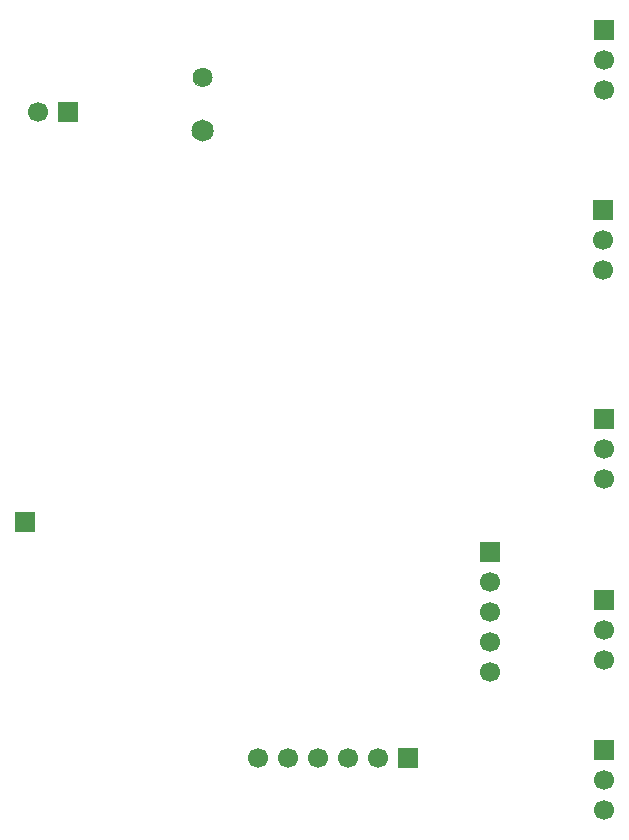
<source format=gbr>
%TF.GenerationSoftware,KiCad,Pcbnew,9.0.4*%
%TF.CreationDate,2025-10-22T08:48:54-05:00*%
%TF.ProjectId,MotorControl,4d6f746f-7243-46f6-9e74-726f6c2e6b69,rev?*%
%TF.SameCoordinates,Original*%
%TF.FileFunction,Soldermask,Bot*%
%TF.FilePolarity,Negative*%
%FSLAX46Y46*%
G04 Gerber Fmt 4.6, Leading zero omitted, Abs format (unit mm)*
G04 Created by KiCad (PCBNEW 9.0.4) date 2025-10-22 08:48:54*
%MOMM*%
%LPD*%
G01*
G04 APERTURE LIST*
%ADD10C,0.120000*%
%ADD11R,1.700000X1.700000*%
%ADD12C,1.700000*%
%ADD13C,1.800000*%
%ADD14C,1.600000*%
G04 APERTURE END LIST*
D10*
%TO.C,J8*%
X123275000Y-45650000D02*
G75*
G02*
X121675000Y-45650000I-800000J0D01*
G01*
X121675000Y-45650000D02*
G75*
G02*
X123275000Y-45650000I800000J0D01*
G01*
X123375000Y-50150000D02*
G75*
G02*
X121575000Y-50150000I-900000J0D01*
G01*
X121575000Y-50150000D02*
G75*
G02*
X123375000Y-50150000I900000J0D01*
G01*
%TD*%
D11*
%TO.C,J3*%
X156422400Y-74574400D03*
D12*
X156422400Y-77114400D03*
X156422400Y-79654400D03*
%TD*%
D13*
%TO.C,J8*%
X122475000Y-50150000D03*
D14*
X122475000Y-45650000D03*
%TD*%
D11*
%TO.C,J6*%
X111075000Y-48600000D03*
D12*
X108535000Y-48600000D03*
%TD*%
D11*
%TO.C,J10*%
X107442000Y-83312000D03*
%TD*%
%TO.C,J5*%
X146812000Y-85852000D03*
D12*
X146812000Y-88392000D03*
X146812000Y-90932000D03*
X146812000Y-93472000D03*
X146812000Y-96012000D03*
%TD*%
D11*
%TO.C,J1*%
X156422400Y-41630600D03*
D12*
X156422400Y-44170600D03*
X156422400Y-46710600D03*
%TD*%
D11*
%TO.C,J7*%
X156422400Y-102590600D03*
D12*
X156422400Y-105130600D03*
X156422400Y-107670600D03*
%TD*%
D11*
%TO.C,J9*%
X139830000Y-103240000D03*
D12*
X137290000Y-103240000D03*
X134750000Y-103240000D03*
X132210000Y-103240000D03*
X129670000Y-103240000D03*
X127130000Y-103240000D03*
%TD*%
D11*
%TO.C,J2*%
X156397000Y-56896000D03*
D12*
X156397000Y-59436000D03*
X156397000Y-61976000D03*
%TD*%
D11*
%TO.C,J4*%
X156498600Y-89916000D03*
D12*
X156498600Y-92456000D03*
X156498600Y-94996000D03*
%TD*%
M02*

</source>
